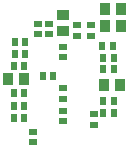
<source format=gbp>
G04*
G04 #@! TF.GenerationSoftware,Altium Limited,Altium Designer,24.4.1 (13)*
G04*
G04 Layer_Color=128*
%FSLAX44Y44*%
%MOMM*%
G71*
G04*
G04 #@! TF.SameCoordinates,56A84C12-20F9-439F-8F54-A8B2ACD22D1B*
G04*
G04*
G04 #@! TF.FilePolarity,Positive*
G04*
G01*
G75*
%ADD18R,0.6000X0.6400*%
%ADD21R,0.6400X0.6000*%
%ADD31R,1.0000X0.9000*%
%ADD36R,0.9000X1.0000*%
D18*
X555400Y413000D02*
D03*
X546600D02*
D03*
X571600Y448000D02*
D03*
X580400D02*
D03*
X621600Y474000D02*
D03*
X630400D02*
D03*
X622600Y454000D02*
D03*
X631400D02*
D03*
X555400Y434000D02*
D03*
X546600D02*
D03*
Y423000D02*
D03*
X555400D02*
D03*
Y457000D02*
D03*
X546600D02*
D03*
X631400Y464000D02*
D03*
X622600D02*
D03*
X631400Y427000D02*
D03*
X622600D02*
D03*
X631400Y417000D02*
D03*
X622600D02*
D03*
X556400Y477000D02*
D03*
X547600D02*
D03*
Y467000D02*
D03*
X556400D02*
D03*
D21*
X563000Y401400D02*
D03*
Y392600D02*
D03*
X614371Y407120D02*
D03*
Y415920D02*
D03*
X577000Y483600D02*
D03*
Y492400D02*
D03*
X567000D02*
D03*
Y483600D02*
D03*
X612000Y482600D02*
D03*
Y491400D02*
D03*
X600000D02*
D03*
Y482600D02*
D03*
X588500Y464100D02*
D03*
Y472900D02*
D03*
Y410100D02*
D03*
Y418900D02*
D03*
Y437900D02*
D03*
Y429100D02*
D03*
D31*
Y486750D02*
D03*
Y500250D02*
D03*
D36*
X542250Y446000D02*
D03*
X555750D02*
D03*
X624250Y505000D02*
D03*
X637750D02*
D03*
Y491000D02*
D03*
X624250D02*
D03*
X637000Y440500D02*
D03*
X623500D02*
D03*
M02*

</source>
